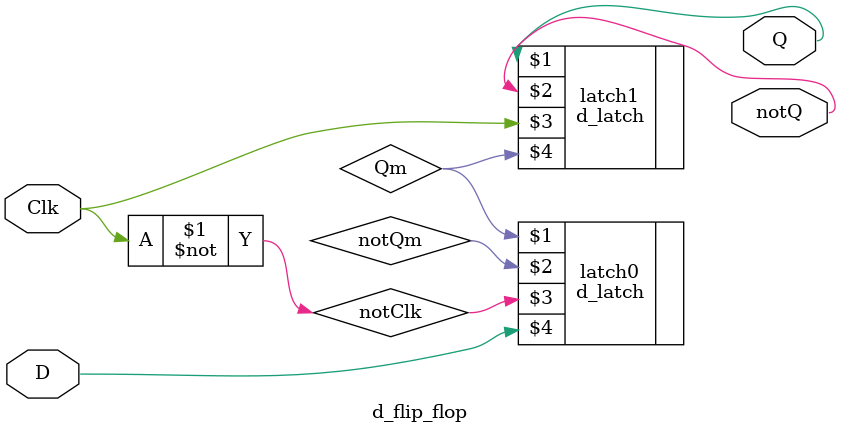
<source format=v>
`timescale 1ns / 1ps

module d_flip_flop(Q, notQ, Clk, D);

    output wire Q, notQ; // declare output variables
    input wire Clk, D; // declare input variables
    
    wire notClk, Qm, notQm; // delcare interal nets
    
    not not0(notClk, Clk); // assign not clock
    
    d_latch latch0(Qm, notQm, notClk, D); // assign Qm
    d_latch latch1(Q, notQ, Clk, Qm); // assign Q
    
endmodule
</source>
